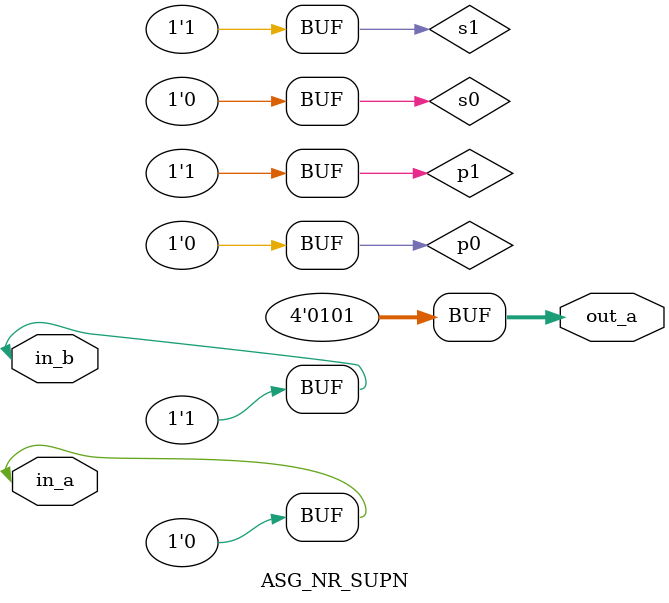
<source format=v>
module ASG_NR_SUPN (in_a, in_b, out_a);
   input in_a;
   input in_b;
   output reg [3:0] out_a;
   supply0 s0;
   supply1 s1;
   supply0 p0;
   supply1 p1;
   assign s0 = in_a;
   assign s1 = in_b;
   buf (p0, in_a);
   buf (p1, in_b);
   always @(s0 or s1 or p0 or p1)
   out_a = {s0,s1,p0,p1};
endmodule

</source>
